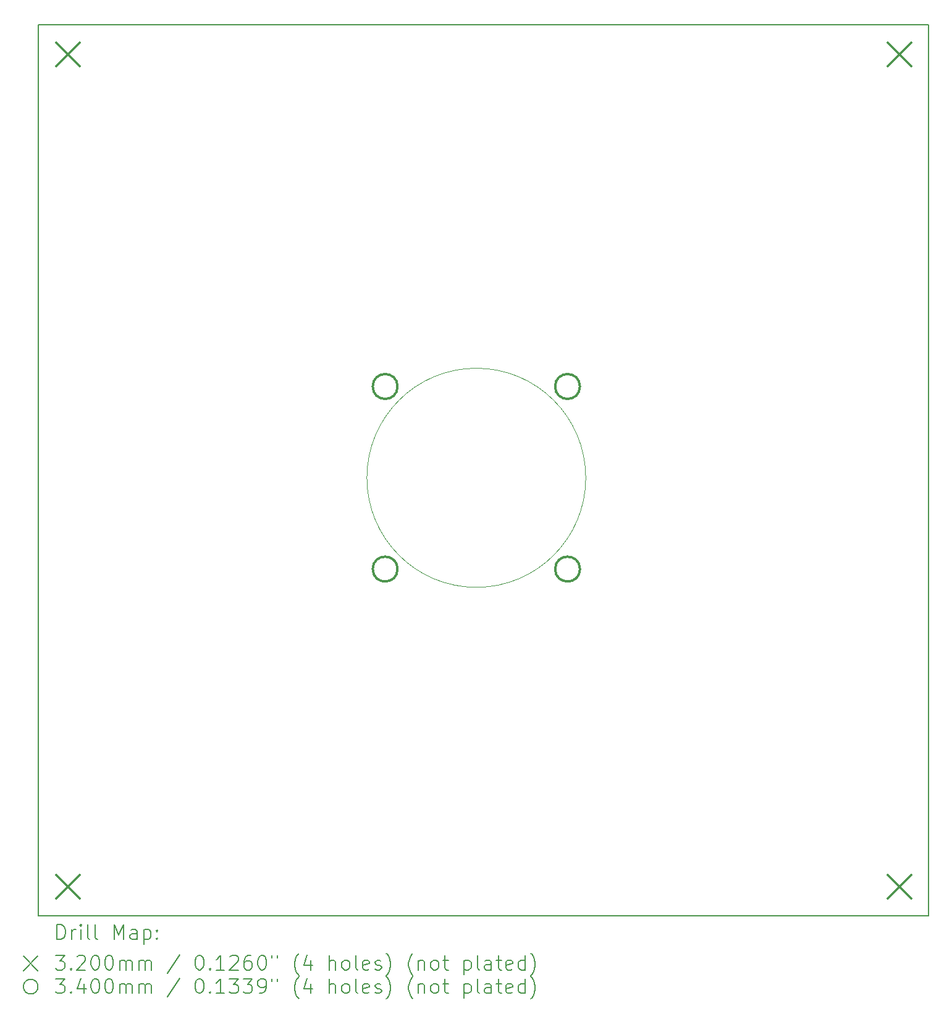
<source format=gbr>
%TF.GenerationSoftware,KiCad,Pcbnew,8.0.3*%
%TF.CreationDate,2024-06-21T15:41:35+08:00*%
%TF.ProjectId,pcb,7063622e-6b69-4636-9164-5f7063625858,rev?*%
%TF.SameCoordinates,Original*%
%TF.FileFunction,Drillmap*%
%TF.FilePolarity,Positive*%
%FSLAX45Y45*%
G04 Gerber Fmt 4.5, Leading zero omitted, Abs format (unit mm)*
G04 Created by KiCad (PCBNEW 8.0.3) date 2024-06-21 15:41:35*
%MOMM*%
%LPD*%
G01*
G04 APERTURE LIST*
%ADD10C,0.150000*%
%ADD11C,0.120000*%
%ADD12C,0.200000*%
%ADD13C,0.320000*%
%ADD14C,0.340000*%
G04 APERTURE END LIST*
D10*
X6300000Y-3800000D02*
X18500000Y-3800000D01*
X18500000Y-16000000D01*
X6300000Y-16000000D01*
X6300000Y-3800000D01*
D11*
X13800000Y-10000000D02*
G75*
G02*
X10800000Y-10000000I-1500000J0D01*
G01*
X10800000Y-10000000D02*
G75*
G02*
X13800000Y-10000000I1500000J0D01*
G01*
D12*
D13*
X6540000Y-4040000D02*
X6860000Y-4360000D01*
X6860000Y-4040000D02*
X6540000Y-4360000D01*
X6540000Y-15440000D02*
X6860000Y-15760000D01*
X6860000Y-15440000D02*
X6540000Y-15760000D01*
X17940000Y-4040000D02*
X18260000Y-4360000D01*
X18260000Y-4040000D02*
X17940000Y-4360000D01*
X17940000Y-15440000D02*
X18260000Y-15760000D01*
X18260000Y-15440000D02*
X17940000Y-15760000D01*
D14*
X11220000Y-8750000D02*
G75*
G02*
X10880000Y-8750000I-170000J0D01*
G01*
X10880000Y-8750000D02*
G75*
G02*
X11220000Y-8750000I170000J0D01*
G01*
X11220000Y-11250000D02*
G75*
G02*
X10880000Y-11250000I-170000J0D01*
G01*
X10880000Y-11250000D02*
G75*
G02*
X11220000Y-11250000I170000J0D01*
G01*
X13720000Y-8750000D02*
G75*
G02*
X13380000Y-8750000I-170000J0D01*
G01*
X13380000Y-8750000D02*
G75*
G02*
X13720000Y-8750000I170000J0D01*
G01*
X13720000Y-11250000D02*
G75*
G02*
X13380000Y-11250000I-170000J0D01*
G01*
X13380000Y-11250000D02*
G75*
G02*
X13720000Y-11250000I170000J0D01*
G01*
D12*
X6553277Y-16318984D02*
X6553277Y-16118984D01*
X6553277Y-16118984D02*
X6600896Y-16118984D01*
X6600896Y-16118984D02*
X6629467Y-16128508D01*
X6629467Y-16128508D02*
X6648515Y-16147555D01*
X6648515Y-16147555D02*
X6658039Y-16166603D01*
X6658039Y-16166603D02*
X6667562Y-16204698D01*
X6667562Y-16204698D02*
X6667562Y-16233269D01*
X6667562Y-16233269D02*
X6658039Y-16271365D01*
X6658039Y-16271365D02*
X6648515Y-16290412D01*
X6648515Y-16290412D02*
X6629467Y-16309460D01*
X6629467Y-16309460D02*
X6600896Y-16318984D01*
X6600896Y-16318984D02*
X6553277Y-16318984D01*
X6753277Y-16318984D02*
X6753277Y-16185650D01*
X6753277Y-16223746D02*
X6762801Y-16204698D01*
X6762801Y-16204698D02*
X6772324Y-16195174D01*
X6772324Y-16195174D02*
X6791372Y-16185650D01*
X6791372Y-16185650D02*
X6810420Y-16185650D01*
X6877086Y-16318984D02*
X6877086Y-16185650D01*
X6877086Y-16118984D02*
X6867562Y-16128508D01*
X6867562Y-16128508D02*
X6877086Y-16138031D01*
X6877086Y-16138031D02*
X6886610Y-16128508D01*
X6886610Y-16128508D02*
X6877086Y-16118984D01*
X6877086Y-16118984D02*
X6877086Y-16138031D01*
X7000896Y-16318984D02*
X6981848Y-16309460D01*
X6981848Y-16309460D02*
X6972324Y-16290412D01*
X6972324Y-16290412D02*
X6972324Y-16118984D01*
X7105658Y-16318984D02*
X7086610Y-16309460D01*
X7086610Y-16309460D02*
X7077086Y-16290412D01*
X7077086Y-16290412D02*
X7077086Y-16118984D01*
X7334229Y-16318984D02*
X7334229Y-16118984D01*
X7334229Y-16118984D02*
X7400896Y-16261841D01*
X7400896Y-16261841D02*
X7467562Y-16118984D01*
X7467562Y-16118984D02*
X7467562Y-16318984D01*
X7648515Y-16318984D02*
X7648515Y-16214222D01*
X7648515Y-16214222D02*
X7638991Y-16195174D01*
X7638991Y-16195174D02*
X7619943Y-16185650D01*
X7619943Y-16185650D02*
X7581848Y-16185650D01*
X7581848Y-16185650D02*
X7562801Y-16195174D01*
X7648515Y-16309460D02*
X7629467Y-16318984D01*
X7629467Y-16318984D02*
X7581848Y-16318984D01*
X7581848Y-16318984D02*
X7562801Y-16309460D01*
X7562801Y-16309460D02*
X7553277Y-16290412D01*
X7553277Y-16290412D02*
X7553277Y-16271365D01*
X7553277Y-16271365D02*
X7562801Y-16252317D01*
X7562801Y-16252317D02*
X7581848Y-16242793D01*
X7581848Y-16242793D02*
X7629467Y-16242793D01*
X7629467Y-16242793D02*
X7648515Y-16233269D01*
X7743753Y-16185650D02*
X7743753Y-16385650D01*
X7743753Y-16195174D02*
X7762801Y-16185650D01*
X7762801Y-16185650D02*
X7800896Y-16185650D01*
X7800896Y-16185650D02*
X7819943Y-16195174D01*
X7819943Y-16195174D02*
X7829467Y-16204698D01*
X7829467Y-16204698D02*
X7838991Y-16223746D01*
X7838991Y-16223746D02*
X7838991Y-16280888D01*
X7838991Y-16280888D02*
X7829467Y-16299936D01*
X7829467Y-16299936D02*
X7819943Y-16309460D01*
X7819943Y-16309460D02*
X7800896Y-16318984D01*
X7800896Y-16318984D02*
X7762801Y-16318984D01*
X7762801Y-16318984D02*
X7743753Y-16309460D01*
X7924705Y-16299936D02*
X7934229Y-16309460D01*
X7934229Y-16309460D02*
X7924705Y-16318984D01*
X7924705Y-16318984D02*
X7915182Y-16309460D01*
X7915182Y-16309460D02*
X7924705Y-16299936D01*
X7924705Y-16299936D02*
X7924705Y-16318984D01*
X7924705Y-16195174D02*
X7934229Y-16204698D01*
X7934229Y-16204698D02*
X7924705Y-16214222D01*
X7924705Y-16214222D02*
X7915182Y-16204698D01*
X7915182Y-16204698D02*
X7924705Y-16195174D01*
X7924705Y-16195174D02*
X7924705Y-16214222D01*
X6092500Y-16547500D02*
X6292500Y-16747500D01*
X6292500Y-16547500D02*
X6092500Y-16747500D01*
X6534229Y-16538984D02*
X6658039Y-16538984D01*
X6658039Y-16538984D02*
X6591372Y-16615174D01*
X6591372Y-16615174D02*
X6619943Y-16615174D01*
X6619943Y-16615174D02*
X6638991Y-16624698D01*
X6638991Y-16624698D02*
X6648515Y-16634222D01*
X6648515Y-16634222D02*
X6658039Y-16653269D01*
X6658039Y-16653269D02*
X6658039Y-16700888D01*
X6658039Y-16700888D02*
X6648515Y-16719936D01*
X6648515Y-16719936D02*
X6638991Y-16729460D01*
X6638991Y-16729460D02*
X6619943Y-16738984D01*
X6619943Y-16738984D02*
X6562801Y-16738984D01*
X6562801Y-16738984D02*
X6543753Y-16729460D01*
X6543753Y-16729460D02*
X6534229Y-16719936D01*
X6743753Y-16719936D02*
X6753277Y-16729460D01*
X6753277Y-16729460D02*
X6743753Y-16738984D01*
X6743753Y-16738984D02*
X6734229Y-16729460D01*
X6734229Y-16729460D02*
X6743753Y-16719936D01*
X6743753Y-16719936D02*
X6743753Y-16738984D01*
X6829467Y-16558031D02*
X6838991Y-16548508D01*
X6838991Y-16548508D02*
X6858039Y-16538984D01*
X6858039Y-16538984D02*
X6905658Y-16538984D01*
X6905658Y-16538984D02*
X6924705Y-16548508D01*
X6924705Y-16548508D02*
X6934229Y-16558031D01*
X6934229Y-16558031D02*
X6943753Y-16577079D01*
X6943753Y-16577079D02*
X6943753Y-16596127D01*
X6943753Y-16596127D02*
X6934229Y-16624698D01*
X6934229Y-16624698D02*
X6819943Y-16738984D01*
X6819943Y-16738984D02*
X6943753Y-16738984D01*
X7067562Y-16538984D02*
X7086610Y-16538984D01*
X7086610Y-16538984D02*
X7105658Y-16548508D01*
X7105658Y-16548508D02*
X7115182Y-16558031D01*
X7115182Y-16558031D02*
X7124705Y-16577079D01*
X7124705Y-16577079D02*
X7134229Y-16615174D01*
X7134229Y-16615174D02*
X7134229Y-16662793D01*
X7134229Y-16662793D02*
X7124705Y-16700888D01*
X7124705Y-16700888D02*
X7115182Y-16719936D01*
X7115182Y-16719936D02*
X7105658Y-16729460D01*
X7105658Y-16729460D02*
X7086610Y-16738984D01*
X7086610Y-16738984D02*
X7067562Y-16738984D01*
X7067562Y-16738984D02*
X7048515Y-16729460D01*
X7048515Y-16729460D02*
X7038991Y-16719936D01*
X7038991Y-16719936D02*
X7029467Y-16700888D01*
X7029467Y-16700888D02*
X7019943Y-16662793D01*
X7019943Y-16662793D02*
X7019943Y-16615174D01*
X7019943Y-16615174D02*
X7029467Y-16577079D01*
X7029467Y-16577079D02*
X7038991Y-16558031D01*
X7038991Y-16558031D02*
X7048515Y-16548508D01*
X7048515Y-16548508D02*
X7067562Y-16538984D01*
X7258039Y-16538984D02*
X7277086Y-16538984D01*
X7277086Y-16538984D02*
X7296134Y-16548508D01*
X7296134Y-16548508D02*
X7305658Y-16558031D01*
X7305658Y-16558031D02*
X7315182Y-16577079D01*
X7315182Y-16577079D02*
X7324705Y-16615174D01*
X7324705Y-16615174D02*
X7324705Y-16662793D01*
X7324705Y-16662793D02*
X7315182Y-16700888D01*
X7315182Y-16700888D02*
X7305658Y-16719936D01*
X7305658Y-16719936D02*
X7296134Y-16729460D01*
X7296134Y-16729460D02*
X7277086Y-16738984D01*
X7277086Y-16738984D02*
X7258039Y-16738984D01*
X7258039Y-16738984D02*
X7238991Y-16729460D01*
X7238991Y-16729460D02*
X7229467Y-16719936D01*
X7229467Y-16719936D02*
X7219943Y-16700888D01*
X7219943Y-16700888D02*
X7210420Y-16662793D01*
X7210420Y-16662793D02*
X7210420Y-16615174D01*
X7210420Y-16615174D02*
X7219943Y-16577079D01*
X7219943Y-16577079D02*
X7229467Y-16558031D01*
X7229467Y-16558031D02*
X7238991Y-16548508D01*
X7238991Y-16548508D02*
X7258039Y-16538984D01*
X7410420Y-16738984D02*
X7410420Y-16605650D01*
X7410420Y-16624698D02*
X7419943Y-16615174D01*
X7419943Y-16615174D02*
X7438991Y-16605650D01*
X7438991Y-16605650D02*
X7467563Y-16605650D01*
X7467563Y-16605650D02*
X7486610Y-16615174D01*
X7486610Y-16615174D02*
X7496134Y-16634222D01*
X7496134Y-16634222D02*
X7496134Y-16738984D01*
X7496134Y-16634222D02*
X7505658Y-16615174D01*
X7505658Y-16615174D02*
X7524705Y-16605650D01*
X7524705Y-16605650D02*
X7553277Y-16605650D01*
X7553277Y-16605650D02*
X7572324Y-16615174D01*
X7572324Y-16615174D02*
X7581848Y-16634222D01*
X7581848Y-16634222D02*
X7581848Y-16738984D01*
X7677086Y-16738984D02*
X7677086Y-16605650D01*
X7677086Y-16624698D02*
X7686610Y-16615174D01*
X7686610Y-16615174D02*
X7705658Y-16605650D01*
X7705658Y-16605650D02*
X7734229Y-16605650D01*
X7734229Y-16605650D02*
X7753277Y-16615174D01*
X7753277Y-16615174D02*
X7762801Y-16634222D01*
X7762801Y-16634222D02*
X7762801Y-16738984D01*
X7762801Y-16634222D02*
X7772324Y-16615174D01*
X7772324Y-16615174D02*
X7791372Y-16605650D01*
X7791372Y-16605650D02*
X7819943Y-16605650D01*
X7819943Y-16605650D02*
X7838991Y-16615174D01*
X7838991Y-16615174D02*
X7848515Y-16634222D01*
X7848515Y-16634222D02*
X7848515Y-16738984D01*
X8238991Y-16529460D02*
X8067563Y-16786603D01*
X8496134Y-16538984D02*
X8515182Y-16538984D01*
X8515182Y-16538984D02*
X8534229Y-16548508D01*
X8534229Y-16548508D02*
X8543753Y-16558031D01*
X8543753Y-16558031D02*
X8553277Y-16577079D01*
X8553277Y-16577079D02*
X8562801Y-16615174D01*
X8562801Y-16615174D02*
X8562801Y-16662793D01*
X8562801Y-16662793D02*
X8553277Y-16700888D01*
X8553277Y-16700888D02*
X8543753Y-16719936D01*
X8543753Y-16719936D02*
X8534229Y-16729460D01*
X8534229Y-16729460D02*
X8515182Y-16738984D01*
X8515182Y-16738984D02*
X8496134Y-16738984D01*
X8496134Y-16738984D02*
X8477087Y-16729460D01*
X8477087Y-16729460D02*
X8467563Y-16719936D01*
X8467563Y-16719936D02*
X8458039Y-16700888D01*
X8458039Y-16700888D02*
X8448515Y-16662793D01*
X8448515Y-16662793D02*
X8448515Y-16615174D01*
X8448515Y-16615174D02*
X8458039Y-16577079D01*
X8458039Y-16577079D02*
X8467563Y-16558031D01*
X8467563Y-16558031D02*
X8477087Y-16548508D01*
X8477087Y-16548508D02*
X8496134Y-16538984D01*
X8648515Y-16719936D02*
X8658039Y-16729460D01*
X8658039Y-16729460D02*
X8648515Y-16738984D01*
X8648515Y-16738984D02*
X8638991Y-16729460D01*
X8638991Y-16729460D02*
X8648515Y-16719936D01*
X8648515Y-16719936D02*
X8648515Y-16738984D01*
X8848515Y-16738984D02*
X8734229Y-16738984D01*
X8791372Y-16738984D02*
X8791372Y-16538984D01*
X8791372Y-16538984D02*
X8772325Y-16567555D01*
X8772325Y-16567555D02*
X8753277Y-16586603D01*
X8753277Y-16586603D02*
X8734229Y-16596127D01*
X8924706Y-16558031D02*
X8934229Y-16548508D01*
X8934229Y-16548508D02*
X8953277Y-16538984D01*
X8953277Y-16538984D02*
X9000896Y-16538984D01*
X9000896Y-16538984D02*
X9019944Y-16548508D01*
X9019944Y-16548508D02*
X9029468Y-16558031D01*
X9029468Y-16558031D02*
X9038991Y-16577079D01*
X9038991Y-16577079D02*
X9038991Y-16596127D01*
X9038991Y-16596127D02*
X9029468Y-16624698D01*
X9029468Y-16624698D02*
X8915182Y-16738984D01*
X8915182Y-16738984D02*
X9038991Y-16738984D01*
X9210420Y-16538984D02*
X9172325Y-16538984D01*
X9172325Y-16538984D02*
X9153277Y-16548508D01*
X9153277Y-16548508D02*
X9143753Y-16558031D01*
X9143753Y-16558031D02*
X9124706Y-16586603D01*
X9124706Y-16586603D02*
X9115182Y-16624698D01*
X9115182Y-16624698D02*
X9115182Y-16700888D01*
X9115182Y-16700888D02*
X9124706Y-16719936D01*
X9124706Y-16719936D02*
X9134229Y-16729460D01*
X9134229Y-16729460D02*
X9153277Y-16738984D01*
X9153277Y-16738984D02*
X9191372Y-16738984D01*
X9191372Y-16738984D02*
X9210420Y-16729460D01*
X9210420Y-16729460D02*
X9219944Y-16719936D01*
X9219944Y-16719936D02*
X9229468Y-16700888D01*
X9229468Y-16700888D02*
X9229468Y-16653269D01*
X9229468Y-16653269D02*
X9219944Y-16634222D01*
X9219944Y-16634222D02*
X9210420Y-16624698D01*
X9210420Y-16624698D02*
X9191372Y-16615174D01*
X9191372Y-16615174D02*
X9153277Y-16615174D01*
X9153277Y-16615174D02*
X9134229Y-16624698D01*
X9134229Y-16624698D02*
X9124706Y-16634222D01*
X9124706Y-16634222D02*
X9115182Y-16653269D01*
X9353277Y-16538984D02*
X9372325Y-16538984D01*
X9372325Y-16538984D02*
X9391372Y-16548508D01*
X9391372Y-16548508D02*
X9400896Y-16558031D01*
X9400896Y-16558031D02*
X9410420Y-16577079D01*
X9410420Y-16577079D02*
X9419944Y-16615174D01*
X9419944Y-16615174D02*
X9419944Y-16662793D01*
X9419944Y-16662793D02*
X9410420Y-16700888D01*
X9410420Y-16700888D02*
X9400896Y-16719936D01*
X9400896Y-16719936D02*
X9391372Y-16729460D01*
X9391372Y-16729460D02*
X9372325Y-16738984D01*
X9372325Y-16738984D02*
X9353277Y-16738984D01*
X9353277Y-16738984D02*
X9334229Y-16729460D01*
X9334229Y-16729460D02*
X9324706Y-16719936D01*
X9324706Y-16719936D02*
X9315182Y-16700888D01*
X9315182Y-16700888D02*
X9305658Y-16662793D01*
X9305658Y-16662793D02*
X9305658Y-16615174D01*
X9305658Y-16615174D02*
X9315182Y-16577079D01*
X9315182Y-16577079D02*
X9324706Y-16558031D01*
X9324706Y-16558031D02*
X9334229Y-16548508D01*
X9334229Y-16548508D02*
X9353277Y-16538984D01*
X9496134Y-16538984D02*
X9496134Y-16577079D01*
X9572325Y-16538984D02*
X9572325Y-16577079D01*
X9867563Y-16815174D02*
X9858039Y-16805650D01*
X9858039Y-16805650D02*
X9838991Y-16777079D01*
X9838991Y-16777079D02*
X9829468Y-16758031D01*
X9829468Y-16758031D02*
X9819944Y-16729460D01*
X9819944Y-16729460D02*
X9810420Y-16681841D01*
X9810420Y-16681841D02*
X9810420Y-16643746D01*
X9810420Y-16643746D02*
X9819944Y-16596127D01*
X9819944Y-16596127D02*
X9829468Y-16567555D01*
X9829468Y-16567555D02*
X9838991Y-16548508D01*
X9838991Y-16548508D02*
X9858039Y-16519936D01*
X9858039Y-16519936D02*
X9867563Y-16510412D01*
X10029468Y-16605650D02*
X10029468Y-16738984D01*
X9981849Y-16529460D02*
X9934230Y-16672317D01*
X9934230Y-16672317D02*
X10058039Y-16672317D01*
X10286611Y-16738984D02*
X10286611Y-16538984D01*
X10372325Y-16738984D02*
X10372325Y-16634222D01*
X10372325Y-16634222D02*
X10362801Y-16615174D01*
X10362801Y-16615174D02*
X10343753Y-16605650D01*
X10343753Y-16605650D02*
X10315182Y-16605650D01*
X10315182Y-16605650D02*
X10296134Y-16615174D01*
X10296134Y-16615174D02*
X10286611Y-16624698D01*
X10496134Y-16738984D02*
X10477087Y-16729460D01*
X10477087Y-16729460D02*
X10467563Y-16719936D01*
X10467563Y-16719936D02*
X10458039Y-16700888D01*
X10458039Y-16700888D02*
X10458039Y-16643746D01*
X10458039Y-16643746D02*
X10467563Y-16624698D01*
X10467563Y-16624698D02*
X10477087Y-16615174D01*
X10477087Y-16615174D02*
X10496134Y-16605650D01*
X10496134Y-16605650D02*
X10524706Y-16605650D01*
X10524706Y-16605650D02*
X10543753Y-16615174D01*
X10543753Y-16615174D02*
X10553277Y-16624698D01*
X10553277Y-16624698D02*
X10562801Y-16643746D01*
X10562801Y-16643746D02*
X10562801Y-16700888D01*
X10562801Y-16700888D02*
X10553277Y-16719936D01*
X10553277Y-16719936D02*
X10543753Y-16729460D01*
X10543753Y-16729460D02*
X10524706Y-16738984D01*
X10524706Y-16738984D02*
X10496134Y-16738984D01*
X10677087Y-16738984D02*
X10658039Y-16729460D01*
X10658039Y-16729460D02*
X10648515Y-16710412D01*
X10648515Y-16710412D02*
X10648515Y-16538984D01*
X10829468Y-16729460D02*
X10810420Y-16738984D01*
X10810420Y-16738984D02*
X10772325Y-16738984D01*
X10772325Y-16738984D02*
X10753277Y-16729460D01*
X10753277Y-16729460D02*
X10743753Y-16710412D01*
X10743753Y-16710412D02*
X10743753Y-16634222D01*
X10743753Y-16634222D02*
X10753277Y-16615174D01*
X10753277Y-16615174D02*
X10772325Y-16605650D01*
X10772325Y-16605650D02*
X10810420Y-16605650D01*
X10810420Y-16605650D02*
X10829468Y-16615174D01*
X10829468Y-16615174D02*
X10838992Y-16634222D01*
X10838992Y-16634222D02*
X10838992Y-16653269D01*
X10838992Y-16653269D02*
X10743753Y-16672317D01*
X10915182Y-16729460D02*
X10934230Y-16738984D01*
X10934230Y-16738984D02*
X10972325Y-16738984D01*
X10972325Y-16738984D02*
X10991373Y-16729460D01*
X10991373Y-16729460D02*
X11000896Y-16710412D01*
X11000896Y-16710412D02*
X11000896Y-16700888D01*
X11000896Y-16700888D02*
X10991373Y-16681841D01*
X10991373Y-16681841D02*
X10972325Y-16672317D01*
X10972325Y-16672317D02*
X10943753Y-16672317D01*
X10943753Y-16672317D02*
X10924706Y-16662793D01*
X10924706Y-16662793D02*
X10915182Y-16643746D01*
X10915182Y-16643746D02*
X10915182Y-16634222D01*
X10915182Y-16634222D02*
X10924706Y-16615174D01*
X10924706Y-16615174D02*
X10943753Y-16605650D01*
X10943753Y-16605650D02*
X10972325Y-16605650D01*
X10972325Y-16605650D02*
X10991373Y-16615174D01*
X11067563Y-16815174D02*
X11077087Y-16805650D01*
X11077087Y-16805650D02*
X11096134Y-16777079D01*
X11096134Y-16777079D02*
X11105658Y-16758031D01*
X11105658Y-16758031D02*
X11115182Y-16729460D01*
X11115182Y-16729460D02*
X11124706Y-16681841D01*
X11124706Y-16681841D02*
X11124706Y-16643746D01*
X11124706Y-16643746D02*
X11115182Y-16596127D01*
X11115182Y-16596127D02*
X11105658Y-16567555D01*
X11105658Y-16567555D02*
X11096134Y-16548508D01*
X11096134Y-16548508D02*
X11077087Y-16519936D01*
X11077087Y-16519936D02*
X11067563Y-16510412D01*
X11429468Y-16815174D02*
X11419944Y-16805650D01*
X11419944Y-16805650D02*
X11400896Y-16777079D01*
X11400896Y-16777079D02*
X11391372Y-16758031D01*
X11391372Y-16758031D02*
X11381849Y-16729460D01*
X11381849Y-16729460D02*
X11372325Y-16681841D01*
X11372325Y-16681841D02*
X11372325Y-16643746D01*
X11372325Y-16643746D02*
X11381849Y-16596127D01*
X11381849Y-16596127D02*
X11391372Y-16567555D01*
X11391372Y-16567555D02*
X11400896Y-16548508D01*
X11400896Y-16548508D02*
X11419944Y-16519936D01*
X11419944Y-16519936D02*
X11429468Y-16510412D01*
X11505658Y-16605650D02*
X11505658Y-16738984D01*
X11505658Y-16624698D02*
X11515182Y-16615174D01*
X11515182Y-16615174D02*
X11534230Y-16605650D01*
X11534230Y-16605650D02*
X11562801Y-16605650D01*
X11562801Y-16605650D02*
X11581849Y-16615174D01*
X11581849Y-16615174D02*
X11591372Y-16634222D01*
X11591372Y-16634222D02*
X11591372Y-16738984D01*
X11715182Y-16738984D02*
X11696134Y-16729460D01*
X11696134Y-16729460D02*
X11686611Y-16719936D01*
X11686611Y-16719936D02*
X11677087Y-16700888D01*
X11677087Y-16700888D02*
X11677087Y-16643746D01*
X11677087Y-16643746D02*
X11686611Y-16624698D01*
X11686611Y-16624698D02*
X11696134Y-16615174D01*
X11696134Y-16615174D02*
X11715182Y-16605650D01*
X11715182Y-16605650D02*
X11743753Y-16605650D01*
X11743753Y-16605650D02*
X11762801Y-16615174D01*
X11762801Y-16615174D02*
X11772325Y-16624698D01*
X11772325Y-16624698D02*
X11781849Y-16643746D01*
X11781849Y-16643746D02*
X11781849Y-16700888D01*
X11781849Y-16700888D02*
X11772325Y-16719936D01*
X11772325Y-16719936D02*
X11762801Y-16729460D01*
X11762801Y-16729460D02*
X11743753Y-16738984D01*
X11743753Y-16738984D02*
X11715182Y-16738984D01*
X11838992Y-16605650D02*
X11915182Y-16605650D01*
X11867563Y-16538984D02*
X11867563Y-16710412D01*
X11867563Y-16710412D02*
X11877087Y-16729460D01*
X11877087Y-16729460D02*
X11896134Y-16738984D01*
X11896134Y-16738984D02*
X11915182Y-16738984D01*
X12134230Y-16605650D02*
X12134230Y-16805650D01*
X12134230Y-16615174D02*
X12153277Y-16605650D01*
X12153277Y-16605650D02*
X12191373Y-16605650D01*
X12191373Y-16605650D02*
X12210420Y-16615174D01*
X12210420Y-16615174D02*
X12219944Y-16624698D01*
X12219944Y-16624698D02*
X12229468Y-16643746D01*
X12229468Y-16643746D02*
X12229468Y-16700888D01*
X12229468Y-16700888D02*
X12219944Y-16719936D01*
X12219944Y-16719936D02*
X12210420Y-16729460D01*
X12210420Y-16729460D02*
X12191373Y-16738984D01*
X12191373Y-16738984D02*
X12153277Y-16738984D01*
X12153277Y-16738984D02*
X12134230Y-16729460D01*
X12343753Y-16738984D02*
X12324706Y-16729460D01*
X12324706Y-16729460D02*
X12315182Y-16710412D01*
X12315182Y-16710412D02*
X12315182Y-16538984D01*
X12505658Y-16738984D02*
X12505658Y-16634222D01*
X12505658Y-16634222D02*
X12496134Y-16615174D01*
X12496134Y-16615174D02*
X12477087Y-16605650D01*
X12477087Y-16605650D02*
X12438992Y-16605650D01*
X12438992Y-16605650D02*
X12419944Y-16615174D01*
X12505658Y-16729460D02*
X12486611Y-16738984D01*
X12486611Y-16738984D02*
X12438992Y-16738984D01*
X12438992Y-16738984D02*
X12419944Y-16729460D01*
X12419944Y-16729460D02*
X12410420Y-16710412D01*
X12410420Y-16710412D02*
X12410420Y-16691365D01*
X12410420Y-16691365D02*
X12419944Y-16672317D01*
X12419944Y-16672317D02*
X12438992Y-16662793D01*
X12438992Y-16662793D02*
X12486611Y-16662793D01*
X12486611Y-16662793D02*
X12505658Y-16653269D01*
X12572325Y-16605650D02*
X12648515Y-16605650D01*
X12600896Y-16538984D02*
X12600896Y-16710412D01*
X12600896Y-16710412D02*
X12610420Y-16729460D01*
X12610420Y-16729460D02*
X12629468Y-16738984D01*
X12629468Y-16738984D02*
X12648515Y-16738984D01*
X12791373Y-16729460D02*
X12772325Y-16738984D01*
X12772325Y-16738984D02*
X12734230Y-16738984D01*
X12734230Y-16738984D02*
X12715182Y-16729460D01*
X12715182Y-16729460D02*
X12705658Y-16710412D01*
X12705658Y-16710412D02*
X12705658Y-16634222D01*
X12705658Y-16634222D02*
X12715182Y-16615174D01*
X12715182Y-16615174D02*
X12734230Y-16605650D01*
X12734230Y-16605650D02*
X12772325Y-16605650D01*
X12772325Y-16605650D02*
X12791373Y-16615174D01*
X12791373Y-16615174D02*
X12800896Y-16634222D01*
X12800896Y-16634222D02*
X12800896Y-16653269D01*
X12800896Y-16653269D02*
X12705658Y-16672317D01*
X12972325Y-16738984D02*
X12972325Y-16538984D01*
X12972325Y-16729460D02*
X12953277Y-16738984D01*
X12953277Y-16738984D02*
X12915182Y-16738984D01*
X12915182Y-16738984D02*
X12896134Y-16729460D01*
X12896134Y-16729460D02*
X12886611Y-16719936D01*
X12886611Y-16719936D02*
X12877087Y-16700888D01*
X12877087Y-16700888D02*
X12877087Y-16643746D01*
X12877087Y-16643746D02*
X12886611Y-16624698D01*
X12886611Y-16624698D02*
X12896134Y-16615174D01*
X12896134Y-16615174D02*
X12915182Y-16605650D01*
X12915182Y-16605650D02*
X12953277Y-16605650D01*
X12953277Y-16605650D02*
X12972325Y-16615174D01*
X13048515Y-16815174D02*
X13058039Y-16805650D01*
X13058039Y-16805650D02*
X13077087Y-16777079D01*
X13077087Y-16777079D02*
X13086611Y-16758031D01*
X13086611Y-16758031D02*
X13096134Y-16729460D01*
X13096134Y-16729460D02*
X13105658Y-16681841D01*
X13105658Y-16681841D02*
X13105658Y-16643746D01*
X13105658Y-16643746D02*
X13096134Y-16596127D01*
X13096134Y-16596127D02*
X13086611Y-16567555D01*
X13086611Y-16567555D02*
X13077087Y-16548508D01*
X13077087Y-16548508D02*
X13058039Y-16519936D01*
X13058039Y-16519936D02*
X13048515Y-16510412D01*
X6292500Y-16967500D02*
G75*
G02*
X6092500Y-16967500I-100000J0D01*
G01*
X6092500Y-16967500D02*
G75*
G02*
X6292500Y-16967500I100000J0D01*
G01*
X6534229Y-16858984D02*
X6658039Y-16858984D01*
X6658039Y-16858984D02*
X6591372Y-16935174D01*
X6591372Y-16935174D02*
X6619943Y-16935174D01*
X6619943Y-16935174D02*
X6638991Y-16944698D01*
X6638991Y-16944698D02*
X6648515Y-16954222D01*
X6648515Y-16954222D02*
X6658039Y-16973270D01*
X6658039Y-16973270D02*
X6658039Y-17020889D01*
X6658039Y-17020889D02*
X6648515Y-17039936D01*
X6648515Y-17039936D02*
X6638991Y-17049460D01*
X6638991Y-17049460D02*
X6619943Y-17058984D01*
X6619943Y-17058984D02*
X6562801Y-17058984D01*
X6562801Y-17058984D02*
X6543753Y-17049460D01*
X6543753Y-17049460D02*
X6534229Y-17039936D01*
X6743753Y-17039936D02*
X6753277Y-17049460D01*
X6753277Y-17049460D02*
X6743753Y-17058984D01*
X6743753Y-17058984D02*
X6734229Y-17049460D01*
X6734229Y-17049460D02*
X6743753Y-17039936D01*
X6743753Y-17039936D02*
X6743753Y-17058984D01*
X6924705Y-16925650D02*
X6924705Y-17058984D01*
X6877086Y-16849460D02*
X6829467Y-16992317D01*
X6829467Y-16992317D02*
X6953277Y-16992317D01*
X7067562Y-16858984D02*
X7086610Y-16858984D01*
X7086610Y-16858984D02*
X7105658Y-16868508D01*
X7105658Y-16868508D02*
X7115182Y-16878031D01*
X7115182Y-16878031D02*
X7124705Y-16897079D01*
X7124705Y-16897079D02*
X7134229Y-16935174D01*
X7134229Y-16935174D02*
X7134229Y-16982793D01*
X7134229Y-16982793D02*
X7124705Y-17020889D01*
X7124705Y-17020889D02*
X7115182Y-17039936D01*
X7115182Y-17039936D02*
X7105658Y-17049460D01*
X7105658Y-17049460D02*
X7086610Y-17058984D01*
X7086610Y-17058984D02*
X7067562Y-17058984D01*
X7067562Y-17058984D02*
X7048515Y-17049460D01*
X7048515Y-17049460D02*
X7038991Y-17039936D01*
X7038991Y-17039936D02*
X7029467Y-17020889D01*
X7029467Y-17020889D02*
X7019943Y-16982793D01*
X7019943Y-16982793D02*
X7019943Y-16935174D01*
X7019943Y-16935174D02*
X7029467Y-16897079D01*
X7029467Y-16897079D02*
X7038991Y-16878031D01*
X7038991Y-16878031D02*
X7048515Y-16868508D01*
X7048515Y-16868508D02*
X7067562Y-16858984D01*
X7258039Y-16858984D02*
X7277086Y-16858984D01*
X7277086Y-16858984D02*
X7296134Y-16868508D01*
X7296134Y-16868508D02*
X7305658Y-16878031D01*
X7305658Y-16878031D02*
X7315182Y-16897079D01*
X7315182Y-16897079D02*
X7324705Y-16935174D01*
X7324705Y-16935174D02*
X7324705Y-16982793D01*
X7324705Y-16982793D02*
X7315182Y-17020889D01*
X7315182Y-17020889D02*
X7305658Y-17039936D01*
X7305658Y-17039936D02*
X7296134Y-17049460D01*
X7296134Y-17049460D02*
X7277086Y-17058984D01*
X7277086Y-17058984D02*
X7258039Y-17058984D01*
X7258039Y-17058984D02*
X7238991Y-17049460D01*
X7238991Y-17049460D02*
X7229467Y-17039936D01*
X7229467Y-17039936D02*
X7219943Y-17020889D01*
X7219943Y-17020889D02*
X7210420Y-16982793D01*
X7210420Y-16982793D02*
X7210420Y-16935174D01*
X7210420Y-16935174D02*
X7219943Y-16897079D01*
X7219943Y-16897079D02*
X7229467Y-16878031D01*
X7229467Y-16878031D02*
X7238991Y-16868508D01*
X7238991Y-16868508D02*
X7258039Y-16858984D01*
X7410420Y-17058984D02*
X7410420Y-16925650D01*
X7410420Y-16944698D02*
X7419943Y-16935174D01*
X7419943Y-16935174D02*
X7438991Y-16925650D01*
X7438991Y-16925650D02*
X7467563Y-16925650D01*
X7467563Y-16925650D02*
X7486610Y-16935174D01*
X7486610Y-16935174D02*
X7496134Y-16954222D01*
X7496134Y-16954222D02*
X7496134Y-17058984D01*
X7496134Y-16954222D02*
X7505658Y-16935174D01*
X7505658Y-16935174D02*
X7524705Y-16925650D01*
X7524705Y-16925650D02*
X7553277Y-16925650D01*
X7553277Y-16925650D02*
X7572324Y-16935174D01*
X7572324Y-16935174D02*
X7581848Y-16954222D01*
X7581848Y-16954222D02*
X7581848Y-17058984D01*
X7677086Y-17058984D02*
X7677086Y-16925650D01*
X7677086Y-16944698D02*
X7686610Y-16935174D01*
X7686610Y-16935174D02*
X7705658Y-16925650D01*
X7705658Y-16925650D02*
X7734229Y-16925650D01*
X7734229Y-16925650D02*
X7753277Y-16935174D01*
X7753277Y-16935174D02*
X7762801Y-16954222D01*
X7762801Y-16954222D02*
X7762801Y-17058984D01*
X7762801Y-16954222D02*
X7772324Y-16935174D01*
X7772324Y-16935174D02*
X7791372Y-16925650D01*
X7791372Y-16925650D02*
X7819943Y-16925650D01*
X7819943Y-16925650D02*
X7838991Y-16935174D01*
X7838991Y-16935174D02*
X7848515Y-16954222D01*
X7848515Y-16954222D02*
X7848515Y-17058984D01*
X8238991Y-16849460D02*
X8067563Y-17106603D01*
X8496134Y-16858984D02*
X8515182Y-16858984D01*
X8515182Y-16858984D02*
X8534229Y-16868508D01*
X8534229Y-16868508D02*
X8543753Y-16878031D01*
X8543753Y-16878031D02*
X8553277Y-16897079D01*
X8553277Y-16897079D02*
X8562801Y-16935174D01*
X8562801Y-16935174D02*
X8562801Y-16982793D01*
X8562801Y-16982793D02*
X8553277Y-17020889D01*
X8553277Y-17020889D02*
X8543753Y-17039936D01*
X8543753Y-17039936D02*
X8534229Y-17049460D01*
X8534229Y-17049460D02*
X8515182Y-17058984D01*
X8515182Y-17058984D02*
X8496134Y-17058984D01*
X8496134Y-17058984D02*
X8477087Y-17049460D01*
X8477087Y-17049460D02*
X8467563Y-17039936D01*
X8467563Y-17039936D02*
X8458039Y-17020889D01*
X8458039Y-17020889D02*
X8448515Y-16982793D01*
X8448515Y-16982793D02*
X8448515Y-16935174D01*
X8448515Y-16935174D02*
X8458039Y-16897079D01*
X8458039Y-16897079D02*
X8467563Y-16878031D01*
X8467563Y-16878031D02*
X8477087Y-16868508D01*
X8477087Y-16868508D02*
X8496134Y-16858984D01*
X8648515Y-17039936D02*
X8658039Y-17049460D01*
X8658039Y-17049460D02*
X8648515Y-17058984D01*
X8648515Y-17058984D02*
X8638991Y-17049460D01*
X8638991Y-17049460D02*
X8648515Y-17039936D01*
X8648515Y-17039936D02*
X8648515Y-17058984D01*
X8848515Y-17058984D02*
X8734229Y-17058984D01*
X8791372Y-17058984D02*
X8791372Y-16858984D01*
X8791372Y-16858984D02*
X8772325Y-16887555D01*
X8772325Y-16887555D02*
X8753277Y-16906603D01*
X8753277Y-16906603D02*
X8734229Y-16916127D01*
X8915182Y-16858984D02*
X9038991Y-16858984D01*
X9038991Y-16858984D02*
X8972325Y-16935174D01*
X8972325Y-16935174D02*
X9000896Y-16935174D01*
X9000896Y-16935174D02*
X9019944Y-16944698D01*
X9019944Y-16944698D02*
X9029468Y-16954222D01*
X9029468Y-16954222D02*
X9038991Y-16973270D01*
X9038991Y-16973270D02*
X9038991Y-17020889D01*
X9038991Y-17020889D02*
X9029468Y-17039936D01*
X9029468Y-17039936D02*
X9019944Y-17049460D01*
X9019944Y-17049460D02*
X9000896Y-17058984D01*
X9000896Y-17058984D02*
X8943753Y-17058984D01*
X8943753Y-17058984D02*
X8924706Y-17049460D01*
X8924706Y-17049460D02*
X8915182Y-17039936D01*
X9105658Y-16858984D02*
X9229468Y-16858984D01*
X9229468Y-16858984D02*
X9162801Y-16935174D01*
X9162801Y-16935174D02*
X9191372Y-16935174D01*
X9191372Y-16935174D02*
X9210420Y-16944698D01*
X9210420Y-16944698D02*
X9219944Y-16954222D01*
X9219944Y-16954222D02*
X9229468Y-16973270D01*
X9229468Y-16973270D02*
X9229468Y-17020889D01*
X9229468Y-17020889D02*
X9219944Y-17039936D01*
X9219944Y-17039936D02*
X9210420Y-17049460D01*
X9210420Y-17049460D02*
X9191372Y-17058984D01*
X9191372Y-17058984D02*
X9134229Y-17058984D01*
X9134229Y-17058984D02*
X9115182Y-17049460D01*
X9115182Y-17049460D02*
X9105658Y-17039936D01*
X9324706Y-17058984D02*
X9362801Y-17058984D01*
X9362801Y-17058984D02*
X9381849Y-17049460D01*
X9381849Y-17049460D02*
X9391372Y-17039936D01*
X9391372Y-17039936D02*
X9410420Y-17011365D01*
X9410420Y-17011365D02*
X9419944Y-16973270D01*
X9419944Y-16973270D02*
X9419944Y-16897079D01*
X9419944Y-16897079D02*
X9410420Y-16878031D01*
X9410420Y-16878031D02*
X9400896Y-16868508D01*
X9400896Y-16868508D02*
X9381849Y-16858984D01*
X9381849Y-16858984D02*
X9343753Y-16858984D01*
X9343753Y-16858984D02*
X9324706Y-16868508D01*
X9324706Y-16868508D02*
X9315182Y-16878031D01*
X9315182Y-16878031D02*
X9305658Y-16897079D01*
X9305658Y-16897079D02*
X9305658Y-16944698D01*
X9305658Y-16944698D02*
X9315182Y-16963746D01*
X9315182Y-16963746D02*
X9324706Y-16973270D01*
X9324706Y-16973270D02*
X9343753Y-16982793D01*
X9343753Y-16982793D02*
X9381849Y-16982793D01*
X9381849Y-16982793D02*
X9400896Y-16973270D01*
X9400896Y-16973270D02*
X9410420Y-16963746D01*
X9410420Y-16963746D02*
X9419944Y-16944698D01*
X9496134Y-16858984D02*
X9496134Y-16897079D01*
X9572325Y-16858984D02*
X9572325Y-16897079D01*
X9867563Y-17135174D02*
X9858039Y-17125650D01*
X9858039Y-17125650D02*
X9838991Y-17097079D01*
X9838991Y-17097079D02*
X9829468Y-17078031D01*
X9829468Y-17078031D02*
X9819944Y-17049460D01*
X9819944Y-17049460D02*
X9810420Y-17001841D01*
X9810420Y-17001841D02*
X9810420Y-16963746D01*
X9810420Y-16963746D02*
X9819944Y-16916127D01*
X9819944Y-16916127D02*
X9829468Y-16887555D01*
X9829468Y-16887555D02*
X9838991Y-16868508D01*
X9838991Y-16868508D02*
X9858039Y-16839936D01*
X9858039Y-16839936D02*
X9867563Y-16830412D01*
X10029468Y-16925650D02*
X10029468Y-17058984D01*
X9981849Y-16849460D02*
X9934230Y-16992317D01*
X9934230Y-16992317D02*
X10058039Y-16992317D01*
X10286611Y-17058984D02*
X10286611Y-16858984D01*
X10372325Y-17058984D02*
X10372325Y-16954222D01*
X10372325Y-16954222D02*
X10362801Y-16935174D01*
X10362801Y-16935174D02*
X10343753Y-16925650D01*
X10343753Y-16925650D02*
X10315182Y-16925650D01*
X10315182Y-16925650D02*
X10296134Y-16935174D01*
X10296134Y-16935174D02*
X10286611Y-16944698D01*
X10496134Y-17058984D02*
X10477087Y-17049460D01*
X10477087Y-17049460D02*
X10467563Y-17039936D01*
X10467563Y-17039936D02*
X10458039Y-17020889D01*
X10458039Y-17020889D02*
X10458039Y-16963746D01*
X10458039Y-16963746D02*
X10467563Y-16944698D01*
X10467563Y-16944698D02*
X10477087Y-16935174D01*
X10477087Y-16935174D02*
X10496134Y-16925650D01*
X10496134Y-16925650D02*
X10524706Y-16925650D01*
X10524706Y-16925650D02*
X10543753Y-16935174D01*
X10543753Y-16935174D02*
X10553277Y-16944698D01*
X10553277Y-16944698D02*
X10562801Y-16963746D01*
X10562801Y-16963746D02*
X10562801Y-17020889D01*
X10562801Y-17020889D02*
X10553277Y-17039936D01*
X10553277Y-17039936D02*
X10543753Y-17049460D01*
X10543753Y-17049460D02*
X10524706Y-17058984D01*
X10524706Y-17058984D02*
X10496134Y-17058984D01*
X10677087Y-17058984D02*
X10658039Y-17049460D01*
X10658039Y-17049460D02*
X10648515Y-17030412D01*
X10648515Y-17030412D02*
X10648515Y-16858984D01*
X10829468Y-17049460D02*
X10810420Y-17058984D01*
X10810420Y-17058984D02*
X10772325Y-17058984D01*
X10772325Y-17058984D02*
X10753277Y-17049460D01*
X10753277Y-17049460D02*
X10743753Y-17030412D01*
X10743753Y-17030412D02*
X10743753Y-16954222D01*
X10743753Y-16954222D02*
X10753277Y-16935174D01*
X10753277Y-16935174D02*
X10772325Y-16925650D01*
X10772325Y-16925650D02*
X10810420Y-16925650D01*
X10810420Y-16925650D02*
X10829468Y-16935174D01*
X10829468Y-16935174D02*
X10838992Y-16954222D01*
X10838992Y-16954222D02*
X10838992Y-16973270D01*
X10838992Y-16973270D02*
X10743753Y-16992317D01*
X10915182Y-17049460D02*
X10934230Y-17058984D01*
X10934230Y-17058984D02*
X10972325Y-17058984D01*
X10972325Y-17058984D02*
X10991373Y-17049460D01*
X10991373Y-17049460D02*
X11000896Y-17030412D01*
X11000896Y-17030412D02*
X11000896Y-17020889D01*
X11000896Y-17020889D02*
X10991373Y-17001841D01*
X10991373Y-17001841D02*
X10972325Y-16992317D01*
X10972325Y-16992317D02*
X10943753Y-16992317D01*
X10943753Y-16992317D02*
X10924706Y-16982793D01*
X10924706Y-16982793D02*
X10915182Y-16963746D01*
X10915182Y-16963746D02*
X10915182Y-16954222D01*
X10915182Y-16954222D02*
X10924706Y-16935174D01*
X10924706Y-16935174D02*
X10943753Y-16925650D01*
X10943753Y-16925650D02*
X10972325Y-16925650D01*
X10972325Y-16925650D02*
X10991373Y-16935174D01*
X11067563Y-17135174D02*
X11077087Y-17125650D01*
X11077087Y-17125650D02*
X11096134Y-17097079D01*
X11096134Y-17097079D02*
X11105658Y-17078031D01*
X11105658Y-17078031D02*
X11115182Y-17049460D01*
X11115182Y-17049460D02*
X11124706Y-17001841D01*
X11124706Y-17001841D02*
X11124706Y-16963746D01*
X11124706Y-16963746D02*
X11115182Y-16916127D01*
X11115182Y-16916127D02*
X11105658Y-16887555D01*
X11105658Y-16887555D02*
X11096134Y-16868508D01*
X11096134Y-16868508D02*
X11077087Y-16839936D01*
X11077087Y-16839936D02*
X11067563Y-16830412D01*
X11429468Y-17135174D02*
X11419944Y-17125650D01*
X11419944Y-17125650D02*
X11400896Y-17097079D01*
X11400896Y-17097079D02*
X11391372Y-17078031D01*
X11391372Y-17078031D02*
X11381849Y-17049460D01*
X11381849Y-17049460D02*
X11372325Y-17001841D01*
X11372325Y-17001841D02*
X11372325Y-16963746D01*
X11372325Y-16963746D02*
X11381849Y-16916127D01*
X11381849Y-16916127D02*
X11391372Y-16887555D01*
X11391372Y-16887555D02*
X11400896Y-16868508D01*
X11400896Y-16868508D02*
X11419944Y-16839936D01*
X11419944Y-16839936D02*
X11429468Y-16830412D01*
X11505658Y-16925650D02*
X11505658Y-17058984D01*
X11505658Y-16944698D02*
X11515182Y-16935174D01*
X11515182Y-16935174D02*
X11534230Y-16925650D01*
X11534230Y-16925650D02*
X11562801Y-16925650D01*
X11562801Y-16925650D02*
X11581849Y-16935174D01*
X11581849Y-16935174D02*
X11591372Y-16954222D01*
X11591372Y-16954222D02*
X11591372Y-17058984D01*
X11715182Y-17058984D02*
X11696134Y-17049460D01*
X11696134Y-17049460D02*
X11686611Y-17039936D01*
X11686611Y-17039936D02*
X11677087Y-17020889D01*
X11677087Y-17020889D02*
X11677087Y-16963746D01*
X11677087Y-16963746D02*
X11686611Y-16944698D01*
X11686611Y-16944698D02*
X11696134Y-16935174D01*
X11696134Y-16935174D02*
X11715182Y-16925650D01*
X11715182Y-16925650D02*
X11743753Y-16925650D01*
X11743753Y-16925650D02*
X11762801Y-16935174D01*
X11762801Y-16935174D02*
X11772325Y-16944698D01*
X11772325Y-16944698D02*
X11781849Y-16963746D01*
X11781849Y-16963746D02*
X11781849Y-17020889D01*
X11781849Y-17020889D02*
X11772325Y-17039936D01*
X11772325Y-17039936D02*
X11762801Y-17049460D01*
X11762801Y-17049460D02*
X11743753Y-17058984D01*
X11743753Y-17058984D02*
X11715182Y-17058984D01*
X11838992Y-16925650D02*
X11915182Y-16925650D01*
X11867563Y-16858984D02*
X11867563Y-17030412D01*
X11867563Y-17030412D02*
X11877087Y-17049460D01*
X11877087Y-17049460D02*
X11896134Y-17058984D01*
X11896134Y-17058984D02*
X11915182Y-17058984D01*
X12134230Y-16925650D02*
X12134230Y-17125650D01*
X12134230Y-16935174D02*
X12153277Y-16925650D01*
X12153277Y-16925650D02*
X12191373Y-16925650D01*
X12191373Y-16925650D02*
X12210420Y-16935174D01*
X12210420Y-16935174D02*
X12219944Y-16944698D01*
X12219944Y-16944698D02*
X12229468Y-16963746D01*
X12229468Y-16963746D02*
X12229468Y-17020889D01*
X12229468Y-17020889D02*
X12219944Y-17039936D01*
X12219944Y-17039936D02*
X12210420Y-17049460D01*
X12210420Y-17049460D02*
X12191373Y-17058984D01*
X12191373Y-17058984D02*
X12153277Y-17058984D01*
X12153277Y-17058984D02*
X12134230Y-17049460D01*
X12343753Y-17058984D02*
X12324706Y-17049460D01*
X12324706Y-17049460D02*
X12315182Y-17030412D01*
X12315182Y-17030412D02*
X12315182Y-16858984D01*
X12505658Y-17058984D02*
X12505658Y-16954222D01*
X12505658Y-16954222D02*
X12496134Y-16935174D01*
X12496134Y-16935174D02*
X12477087Y-16925650D01*
X12477087Y-16925650D02*
X12438992Y-16925650D01*
X12438992Y-16925650D02*
X12419944Y-16935174D01*
X12505658Y-17049460D02*
X12486611Y-17058984D01*
X12486611Y-17058984D02*
X12438992Y-17058984D01*
X12438992Y-17058984D02*
X12419944Y-17049460D01*
X12419944Y-17049460D02*
X12410420Y-17030412D01*
X12410420Y-17030412D02*
X12410420Y-17011365D01*
X12410420Y-17011365D02*
X12419944Y-16992317D01*
X12419944Y-16992317D02*
X12438992Y-16982793D01*
X12438992Y-16982793D02*
X12486611Y-16982793D01*
X12486611Y-16982793D02*
X12505658Y-16973270D01*
X12572325Y-16925650D02*
X12648515Y-16925650D01*
X12600896Y-16858984D02*
X12600896Y-17030412D01*
X12600896Y-17030412D02*
X12610420Y-17049460D01*
X12610420Y-17049460D02*
X12629468Y-17058984D01*
X12629468Y-17058984D02*
X12648515Y-17058984D01*
X12791373Y-17049460D02*
X12772325Y-17058984D01*
X12772325Y-17058984D02*
X12734230Y-17058984D01*
X12734230Y-17058984D02*
X12715182Y-17049460D01*
X12715182Y-17049460D02*
X12705658Y-17030412D01*
X12705658Y-17030412D02*
X12705658Y-16954222D01*
X12705658Y-16954222D02*
X12715182Y-16935174D01*
X12715182Y-16935174D02*
X12734230Y-16925650D01*
X12734230Y-16925650D02*
X12772325Y-16925650D01*
X12772325Y-16925650D02*
X12791373Y-16935174D01*
X12791373Y-16935174D02*
X12800896Y-16954222D01*
X12800896Y-16954222D02*
X12800896Y-16973270D01*
X12800896Y-16973270D02*
X12705658Y-16992317D01*
X12972325Y-17058984D02*
X12972325Y-16858984D01*
X12972325Y-17049460D02*
X12953277Y-17058984D01*
X12953277Y-17058984D02*
X12915182Y-17058984D01*
X12915182Y-17058984D02*
X12896134Y-17049460D01*
X12896134Y-17049460D02*
X12886611Y-17039936D01*
X12886611Y-17039936D02*
X12877087Y-17020889D01*
X12877087Y-17020889D02*
X12877087Y-16963746D01*
X12877087Y-16963746D02*
X12886611Y-16944698D01*
X12886611Y-16944698D02*
X12896134Y-16935174D01*
X12896134Y-16935174D02*
X12915182Y-16925650D01*
X12915182Y-16925650D02*
X12953277Y-16925650D01*
X12953277Y-16925650D02*
X12972325Y-16935174D01*
X13048515Y-17135174D02*
X13058039Y-17125650D01*
X13058039Y-17125650D02*
X13077087Y-17097079D01*
X13077087Y-17097079D02*
X13086611Y-17078031D01*
X13086611Y-17078031D02*
X13096134Y-17049460D01*
X13096134Y-17049460D02*
X13105658Y-17001841D01*
X13105658Y-17001841D02*
X13105658Y-16963746D01*
X13105658Y-16963746D02*
X13096134Y-16916127D01*
X13096134Y-16916127D02*
X13086611Y-16887555D01*
X13086611Y-16887555D02*
X13077087Y-16868508D01*
X13077087Y-16868508D02*
X13058039Y-16839936D01*
X13058039Y-16839936D02*
X13048515Y-16830412D01*
M02*

</source>
